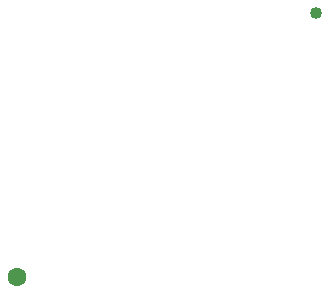
<source format=gbr>
%TF.GenerationSoftware,Altium Limited,Altium Designer,21.2.1 (34)*%
G04 Layer_Color=0*
%FSLAX26Y26*%
%MOIN*%
%TF.SameCoordinates,2E7F18B9-7671-40DC-A7DD-494BE6684AB2*%
%TF.FilePolarity,Positive*%
%TF.FileFunction,NonPlated,1,2,NPTH,Drill*%
%TF.Part,Single*%
G01*
G75*
%TA.AperFunction,ComponentDrill*%
%ADD87C,0.040157*%
%ADD88C,0.062992*%
D87*
X1270865Y1162205D02*
D03*
D88*
X275591Y283465D02*
D03*
%TF.MD5,0d41f5e2b5f11c84ad9a816c5c59533a*%
M02*

</source>
